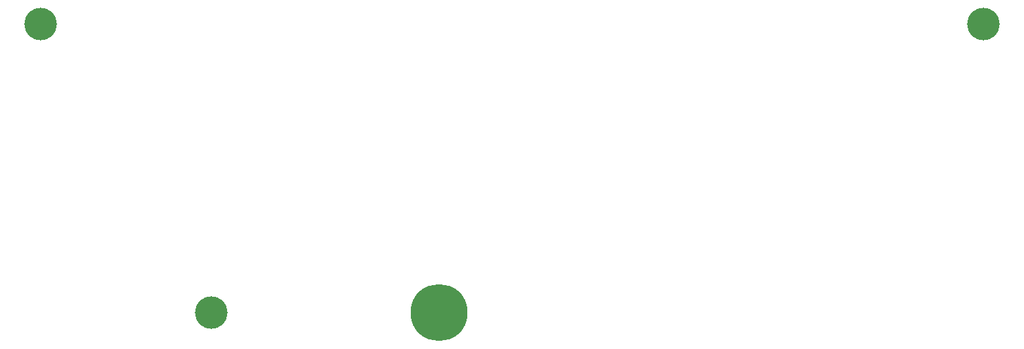
<source format=gbr>
%TF.GenerationSoftware,Altium Limited,Altium Designer,23.5.1 (21)*%
G04 Layer_Color=0*
%FSLAX45Y45*%
%MOMM*%
%TF.SameCoordinates,237DEE5C-C98C-4AD3-A281-37170FB057C8*%
%TF.FilePolarity,Positive*%
%TF.FileFunction,NonPlated,1,2,NPTH,Drill*%
%TF.Part,Single*%
G01*
G75*
%TA.AperFunction,OtherDrill,Free Pad (64mm,16mm)*%
%ADD70C,7.00000*%
%TA.AperFunction,OtherDrill,Free Pad (131mm,51.5mm)*%
%ADD71C,4.00000*%
%TA.AperFunction,OtherDrill,Free Pad (15mm,51.5mm)*%
%ADD72C,4.00000*%
%TA.AperFunction,OtherDrill,Free Pad (36mm,16mm)*%
%ADD73C,4.00000*%
D70*
X6400000Y1600000D02*
D03*
D71*
X13100000Y5150000D02*
D03*
D72*
X1500000D02*
D03*
D73*
X3600000Y1600000D02*
D03*
%TF.MD5,21501f568b2bb05f43659e32acabeb81*%
M02*

</source>
